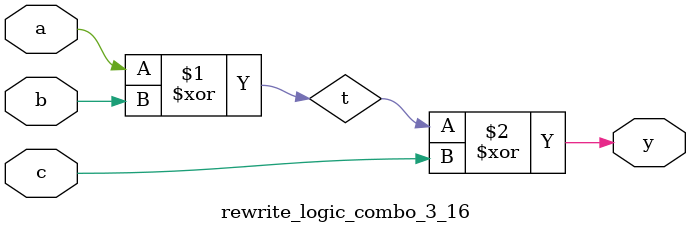
<source format=sv>
module rewrite_logic_combo_3_16(input logic a,b,c, output logic y);
  logic t;
  assign t = a ^ b;
  assign y = t ^ c;
endmodule

</source>
